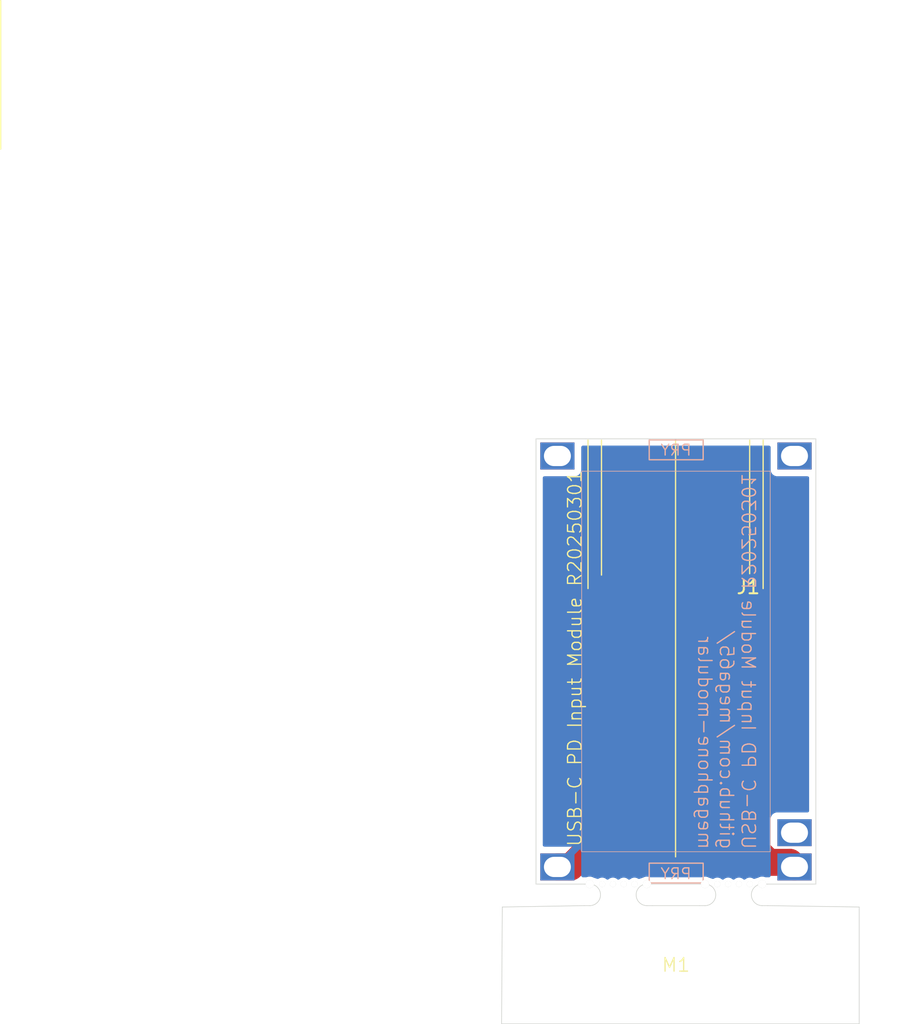
<source format=kicad_pcb>
(kicad_pcb (version 20240108) (generator "pcbnew") (generator_version "8.0")
  (layers (0 "F.Cu" signal) (31 "B.Cu" signal) (34 "B.Paste" user) (35 "F.Paste" user) (36 "B.SilkS" user "B.Silkscreen") (37 "F.SilkS" user "F.Silkscreen") (38 "B.Mask" user) (39 "F.Mask" user) (44 "Edge.Cuts" user))
  (net 0 "")
  (net 3 "+20V")
  (net 5 "GND")
  (footprint "Connector_PinHeader_2.54mm:PinHeader_1x02_P2.54mm_Vertical" (layer "F.Cu") (at 51.181 40.7924 -90)
    (property "Reference" "J1" (at -2.794 -4.318 360) (layer "F.SilkS"))
    (property "Value" "Conn_01x02")
    (pad "1" smd rect (at 6.2484 -2.4638) (size 6 15) (layers "F.Cu" "F.Paste" "F.Mask") (net 3 "+20V"))
    (pad "2" smd rect (at 6.2484 4.4958) (size 6 15) (layers "F.Cu" "F.Paste" "F.Mask") (net 5 "GND"))
  )
  (footprint "MegaCastle:MegaCastle2x13-Module-I14.0x28.2-M800C00C-PANEL-NIBBLE" (layer "F.Cu") (at 50.128 43.5102)
    (property "Reference" "M1" (at 0 22.51 0) (layer "F.SilkS") (effects (font (thickness 0.1))))
    (property "Value" "~")
    (fp_rect (start -7 14.11) (end 7 -14.11) (stroke (width 0.05)) (fill none) (layer "B.SilkS"))
    (fp_rect (start -1.984241 -14.961) (end 2.019516 -16.43) (stroke (width 0.1)) (fill none) (layer "B.SilkS"))
    (fp_rect (start -1.984241 14.961) (end 2.019516 16.43) (stroke (width 0.1)) (fill none) (layer "B.SilkS"))
    (fp_line (start -10.3875 -16.51) (end -10.3875 16.51) (stroke (width 0.05)) (layer "Edge.Cuts"))
    (fp_line (start -10.3875 -16.51) (end 10.3875 -16.51) (stroke (width 0.05)) (layer "Edge.Cuts"))
    (fp_line (start -10.3875 16.51) (end -6.8 16.51) (stroke (width 0.05)) (layer "Edge.Cuts"))
    (fp_line (start -6.8 16.51) (end -6.4 16.51) (stroke (width 0.05)) (layer "Edge.Cuts"))
    (fp_line (start -6.8 18.110001) (end -6.4 18.110001) (stroke (width 0.05)) (layer "Edge.Cuts"))
    (fp_line (start -1.755 16.51) (end -2.155 16.51) (stroke (width 0.05)) (layer "Edge.Cuts"))
    (fp_line (start -1.755 16.51) (end 1.755 16.51) (stroke (width 0.05)) (layer "Edge.Cuts"))
    (fp_line (start -1.755 18.110001) (end -2.155 18.110001) (stroke (width 0.05)) (layer "Edge.Cuts"))
    (fp_line (start 1.755 16.51) (end 2.155 16.51) (stroke (width 0.05)) (layer "Edge.Cuts"))
    (fp_line (start 1.755 18.110001) (end 2.155 18.110001) (stroke (width 0.05)) (layer "Edge.Cuts"))
    (fp_line (start 6.8 16.51) (end 6.400001 16.51) (stroke (width 0.05)) (layer "Edge.Cuts"))
    (fp_line (start 6.8 16.51) (end 10.3875 16.51) (stroke (width 0.05)) (layer "Edge.Cuts"))
    (fp_line (start 6.8 18.110001) (end 6.400001 18.110001) (stroke (width 0.05)) (layer "Edge.Cuts"))
    (fp_line (start 10.3875 -16.51) (end 10.3875 16.51) (stroke (width 0.05)) (layer "Edge.Cuts"))
    (fp_arc (start -6.4 16.51) (mid -5.6 17.309999) (end -6.4 18.110001) (stroke (width 0.05)) (layer "Edge.Cuts"))
    (fp_arc (start -2.155 18.110001) (mid -2.955 17.310001) (end -2.155 16.51) (stroke (width 0.05)) (layer "Edge.Cuts"))
    (fp_arc (start 2.155 16.51) (mid 2.955 17.309999) (end 2.155 18.110001) (stroke (width 0.05)) (layer "Edge.Cuts"))
    (fp_arc (start 6.400001 18.110001) (mid 5.599999 17.31) (end 6.400001 16.51) (stroke (width 0.05)) (layer "Edge.Cuts"))
    (fp_text user "PRY" (at 0 16.21 0) (layer "B.SilkS") (effects (font (size 0.8 0.8) (thickness 0.1)) (justify bottom mirror)))
    (fp_text user "PRY" (at 0 -15.21 0) (layer "B.SilkS") (effects (font (size 0.8 0.8) (thickness 0.1)) (justify bottom mirror)))
    (pad "" np_thru_hole circle (at -6.4 16.51) (size 0.6 0.6) (drill 0.6) (layers "*.Cu" "Edge.Cuts"))
    (pad "" np_thru_hole circle (at -5.4775 16.51) (size 0.45 0.45) (drill 0.45) (layers "*.Cu" "Edge.Cuts"))
    (pad "" np_thru_hole circle (at -4.6775 16.51) (size 0.45 0.45) (drill 0.45) (layers "*.Cu" "Edge.Cuts"))
    (pad "" np_thru_hole circle (at -3.8775 16.51) (size 0.45 0.45) (drill 0.45) (layers "*.Cu" "Edge.Cuts"))
    (pad "" np_thru_hole circle (at -3.0775 16.51) (size 0.45 0.45) (drill 0.45) (layers "*.Cu" "Edge.Cuts"))
    (pad "" np_thru_hole circle (at -2.155 16.51) (size 0.6 0.6) (drill 0.6) (layers "*.Cu" "Edge.Cuts"))
    (pad "" np_thru_hole circle (at 2.155 16.51) (size 0.6 0.6) (drill 0.6) (layers "*.Cu" "Edge.Cuts"))
    (pad "" np_thru_hole circle (at 3.0775 16.51) (size 0.45 0.45) (drill 0.45) (layers "*.Cu" "Edge.Cuts"))
    (pad "" np_thru_hole circle (at 3.8775 16.51) (size 0.45 0.45) (drill 0.45) (layers "*.Cu" "Edge.Cuts"))
    (pad "" np_thru_hole circle (at 4.6775 16.51) (size 0.45 0.45) (drill 0.45) (layers "*.Cu" "Edge.Cuts"))
    (pad "" np_thru_hole circle (at 5.4775 16.51) (size 0.45 0.45) (drill 0.45) (layers "*.Cu" "Edge.Cuts"))
    (pad "" np_thru_hole circle (at 6.4 16.51) (size 0.6 0.6) (drill 0.6) (layers "*.Cu" "Edge.Cuts"))
    (pad "1" thru_hole rect (at -8.8 -15.24) (size 2.54 2) (drill oval 2 1.5) (property pad_prop_castellated) (layers "*.Cu" "*.Mask" "In1.Cu" "In2.Cu" "In3.Cu" "In4.Cu" "In5.Cu" "In6.Cu" "In7.Cu" "In8.Cu" "In9.Cu" "In10.Cu" "In11.Cu" "In12.Cu" "In13.Cu" "In14.Cu" "In15.Cu" "In16.Cu" "In17.Cu" "In18.Cu" "In19.Cu" "In20.Cu" "In21.Cu" "In22.Cu" "In23.Cu" "In24.Cu" "In25.Cu" "In26.Cu" "In27.Cu" "In28.Cu" "In29.Cu" "In30.Cu"))
    (pad "13" thru_hole rect (at -8.8 15.24) (size 2.54 2) (drill oval 2 1.5) (property pad_prop_castellated) (layers "*.Cu" "*.Mask" "In1.Cu" "In2.Cu" "In3.Cu" "In4.Cu" "In5.Cu" "In6.Cu" "In7.Cu" "In8.Cu" "In9.Cu" "In10.Cu" "In11.Cu" "In12.Cu" "In13.Cu" "In14.Cu" "In15.Cu" "In16.Cu" "In17.Cu" "In18.Cu" "In19.Cu" "In20.Cu" "In21.Cu" "In22.Cu" "In23.Cu" "In24.Cu" "In25.Cu" "In26.Cu" "In27.Cu" "In28.Cu" "In29.Cu" "In30.Cu") (net 5 "GND"))
    (pad "14" thru_hole rect (at 8.8 -15.24) (size 2.54 2) (drill oval 2 1.5) (property pad_prop_castellated) (layers "*.Cu" "*.Mask" "In1.Cu" "In2.Cu" "In3.Cu" "In4.Cu" "In5.Cu" "In6.Cu" "In7.Cu" "In8.Cu" "In9.Cu" "In10.Cu" "In11.Cu" "In12.Cu" "In13.Cu" "In14.Cu" "In15.Cu" "In16.Cu" "In17.Cu" "In18.Cu" "In19.Cu" "In20.Cu" "In21.Cu" "In22.Cu" "In23.Cu" "In24.Cu" "In25.Cu" "In26.Cu" "In27.Cu" "In28.Cu" "In29.Cu" "In30.Cu"))
    (pad "25" thru_hole rect (at 8.8 12.7) (size 2.54 2) (drill oval 2 1.5) (property pad_prop_castellated) (layers "*.Cu" "*.Mask" "In1.Cu" "In2.Cu" "In3.Cu" "In4.Cu" "In5.Cu" "In6.Cu" "In7.Cu" "In8.Cu" "In9.Cu" "In10.Cu" "In11.Cu" "In12.Cu" "In13.Cu" "In14.Cu" "In15.Cu" "In16.Cu" "In17.Cu" "In18.Cu" "In19.Cu" "In20.Cu" "In21.Cu" "In22.Cu" "In23.Cu" "In24.Cu" "In25.Cu" "In26.Cu" "In27.Cu" "In28.Cu" "In29.Cu" "In30.Cu"))
    (pad "26" thru_hole rect (at 8.8 15.24) (size 2.54 2) (drill oval 2 1.5) (property pad_prop_castellated) (layers "*.Cu" "*.Mask" "In1.Cu" "In2.Cu" "In3.Cu" "In4.Cu" "In5.Cu" "In6.Cu" "In7.Cu" "In8.Cu" "In9.Cu" "In10.Cu" "In11.Cu" "In12.Cu" "In13.Cu" "In14.Cu" "In15.Cu" "In16.Cu" "In17.Cu" "In18.Cu" "In19.Cu" "In20.Cu" "In21.Cu" "In22.Cu" "In23.Cu" "In24.Cu" "In25.Cu" "In26.Cu" "In27.Cu" "In28.Cu" "In29.Cu" "In30.Cu") (net 3 "+20V"))
  )
  (gr_line (start 50.1 27.1) (end 50.1 58) (stroke (width 0.1)) (layer "F.SilkS"))
  (gr_line (start 44.6 27.1) (end 44.6 37.1) (stroke (width 0.1)) (layer "F.SilkS"))
  (gr_line (start 56.6 27.1) (end 56.6 38.1) (stroke (width 0.1)) (layer "F.SilkS"))
  (gr_line (start 43.6 27.1) (end 43.6 38.1) (stroke (width 0.1)) (layer "F.SilkS"))
  (gr_line (start 0 -5.5) (end 0 5.5) (stroke (width 0.1)) (layer "F.SilkS"))
  (gr_line (start 55.6 27.1) (end 55.6 37) (stroke (width 0.1)) (layer "F.SilkS"))
  (gr_line (start 43.328 61.620201) (end 37.2364 61.722) (stroke (width 0.05)) (layer "Edge.Cuts"))
  (gr_line (start 48.373 61.620201) (end 51.883 61.620201) (stroke (width 0.05)) (layer "Edge.Cuts"))
  (gr_line (start 63.7286 70.3834) (end 63.7286 61.722) (stroke (width 0.05)) (layer "Edge.Cuts"))
  (gr_line (start 63.7286 61.722) (end 56.928 61.620201) (stroke (width 0.05)) (layer "Edge.Cuts"))
  (gr_line (start 37.1856 70.3834) (end 63.7286 70.3834) (stroke (width 0.05)) (layer "Edge.Cuts"))
  (gr_line (start 37.2364 61.722) (end 37.1856 70.3834) (stroke (width 0.05)) (layer "Edge.Cuts"))
  (gr_text "USB-C PD Input Module R20250301\ngithub.com/mega65/\nmegaphone-modular\n" (at 51.689 57.5056 270) (layer "B.SilkS") (effects (font (size 1 1) (thickness 0.1)) (justify left bottom mirror)))
  (gr_text "USB-C PD Input Module R20250301" (at 43.2054 57.3024 90) (layer "F.SilkS") (effects (font (size 1 1) (thickness 0.1)) (justify left bottom)))
  (segment (start 57.0132 58.4102) (end 53.6702 55.0672) (width 2) (layer "F.Cu") (net 3))
  (segment (start 58.928 58.7502) (end 58.588 58.4102) (width 2) (layer "F.Cu") (net 3))
  (segment (start 53.6702 55.0672) (end 53.6702 48.133) (width 2) (layer "F.Cu") (net 3))
  (segment (start 58.588 58.4102) (end 57.0132 58.4102) (width 2) (layer "F.Cu") (net 3))
  (segment (start 46.7106 54.356) (end 46.7106 48.133) (width 2) (layer "F.Cu") (net 5))
  (segment (start 42.3164 58.7502) (end 46.7106 54.356) (width 2) (layer "F.Cu") (net 5))
  (segment (start 41.328 58.7502) (end 42.3164 58.7502) (width 2) (layer "F.Cu") (net 5))
  (zone (net 5) (net_name "GND") (layer "B.Cu") (connect_pads (clearance 0.5)) (min_thickness 0.25) (fill yes (thermal_gap 0.5) (thermal_bridge_width 0.5))
    (polygon (pts (xy 38.2778 25.4254) (xy 37.8968 62.2808) (xy 62.992 62.4078) (xy 62.9158 25.3238)))
  )
)
</source>
